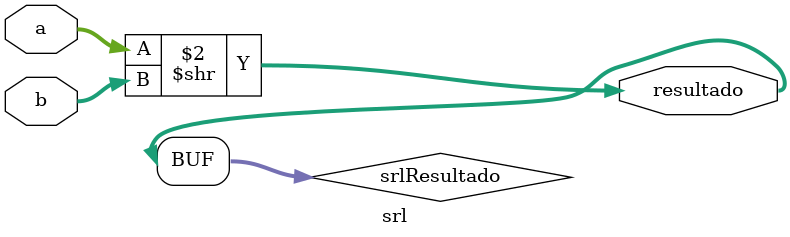
<source format=sv>
module srl #(parameter N = 4)(input logic [N-1:0] a, b, output logic [N-1:0] resultado);

    logic [N-1:0] srlResultado;

    always_comb begin
        srlResultado = a >> b;
    end

    assign resultado = srlResultado;

endmodule 
</source>
